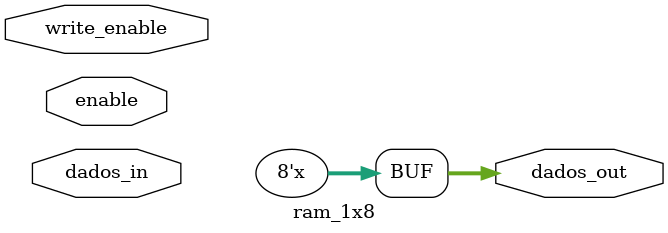
<source format=v>


module ram_1x8 (
    input wire [7:0] dados_in,
    input wire enable,
    input wire write_enable,
    output reg [7:0] dados_out
);
    reg [3:0] ram_lower; // Memória RAM 1x4 inferior
    reg [3:0] ram_upper; // Memória RAM 1x4 superior

    always @(*) begin
        if (enable) begin
            if (write_enable) begin
                ram_lower <= dados_in[3:0]; // Escreve os 4 bits inferiores
                ram_upper <= dados_in[7:4]; // Escreve os 4 bits superiores
            end else begin
                dados_out <= {ram_upper, ram_lower}; // Lê os dados
            end
        end
    end
endmodule

</source>
